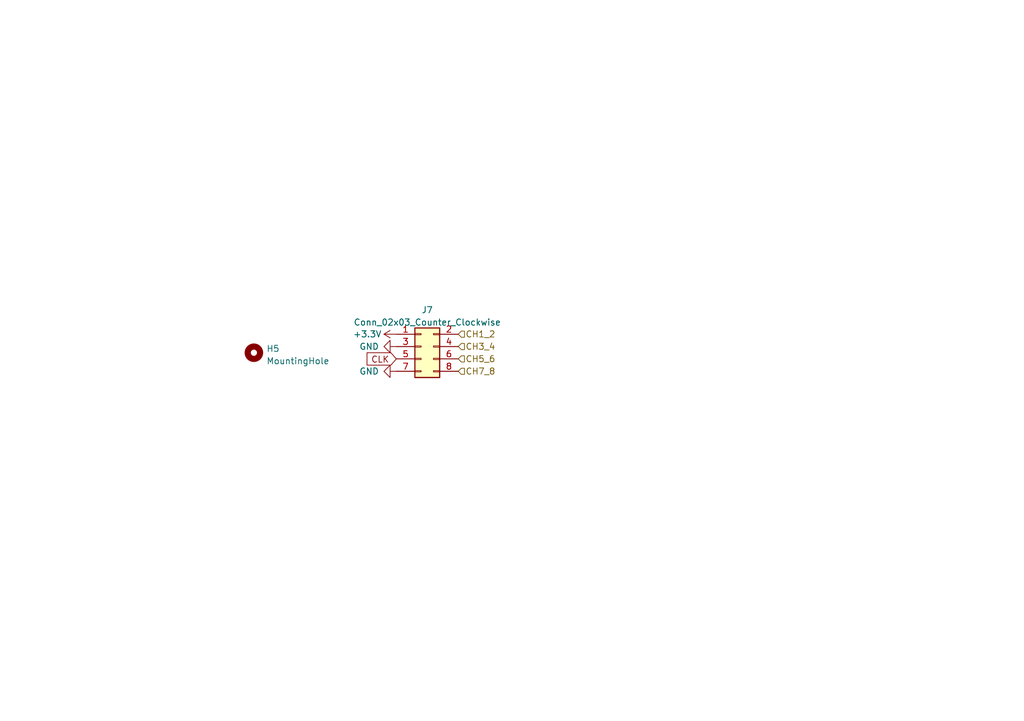
<source format=kicad_sch>
(kicad_sch (version 20211123) (generator eeschema)
  (paper "A5")
  (lib_symbols
    (symbol "Connector_Generic:Conn_02x04_Odd_Even" (pin_names (offset 1.016) hide)
      (property "Reference" "J" (at 1.27 5.08 0))
      (property "Value" "Conn_02x04_Odd_Even" (at 1.27 -7.62 0))
      (symbol "Conn_02x04_Odd_Even_1_1"
        (rectangle (start -1.27 -4.953) (end 0 -5.207) (stroke (width 0.1524)))
        (rectangle (start -1.27 -2.413) (end 0 -2.667) (stroke (width 0.1524)))
        (rectangle (start -1.27 0.127) (end 0 -0.127) (stroke (width 0.1524)))
        (rectangle (start -1.27 2.667) (end 0 2.413) (stroke (width 0.1524)))
        (rectangle (start -1.27 3.81) (end 3.81 -6.35) (stroke (width 0.254)) (fill (type background)))
        (rectangle (start 3.81 -4.953) (end 2.54 -5.207) (stroke (width 0.1524)))
        (rectangle (start 3.81 -2.413) (end 2.54 -2.667) (stroke (width 0.1524)))
        (rectangle (start 3.81 0.127) (end 2.54 -0.127) (stroke (width 0.1524)))
        (rectangle (start 3.81 2.667) (end 2.54 2.413) (stroke (width 0.1524)))
        (pin passive line (at -5.08 2.54 0) (length 3.81) (name "Pin_1") (number "1"))
        (pin passive line (at 7.62 2.54 180) (length 3.81) (name "Pin_2") (number "2"))
        (pin passive line (at -5.08 0 0) (length 3.81) (name "Pin_3") (number "3"))
        (pin passive line (at 7.62 0 180) (length 3.81) (name "Pin_4") (number "4"))
        (pin passive line (at -5.08 -2.54 0) (length 3.81) (name "Pin_5") (number "5"))
        (pin passive line (at 7.62 -2.54 180) (length 3.81) (name "Pin_6") (number "6"))
        (pin passive line (at -5.08 -5.08 0) (length 3.81) (name "Pin_7") (number "7"))
        (pin passive line (at 7.62 -5.08 180) (length 3.81) (name "Pin_8") (number "8"))
      )
    )
    (symbol "Mechanical:MountingHole" (pin_names (offset 1.016))
      (property "Reference" "H" (at 0 5.08 0))
      (property "Value" "MountingHole" (at 0 3.175 0))
      (symbol "MountingHole_0_1"
        (circle (center 0 0) (radius 1.27) (stroke (width 1.27)))
      )
    )
    (symbol "power:+3.3V" (power) (pin_names (offset 0))
      (property "Value" "+3.3V" (at 0 3.556 0))
      (symbol "+3.3V_0_1"
        (polyline (pts (xy -0.762 1.27) (xy 0 2.54)))
        (polyline (pts (xy 0 0) (xy 0 2.54)))
        (polyline (pts (xy 0 2.54) (xy 0.762 1.27)))
      )
      (symbol "+3.3V_1_1"
        (pin power_in line (at 0 0 90) (length 0) hide (name "+3.3V") (number "1"))
      )
    )
    (symbol "power:GND" (power) (pin_names (offset 0))
      (property "Value" "GND" (at 0 -3.81 0))
      (symbol "GND_0_1"
        (polyline (pts (xy 0 0) (xy 0 -1.27) (xy 1.27 -1.27) (xy 0 -2.54) (xy -1.27 -1.27) (xy 0 -1.27)))
      )
      (symbol "GND_1_1"
        (pin power_in line (at 0 0 270) (length 0) hide (name "GND") (number "1"))
      )
    )
  )
  (global_label "CLK" (shape input) (at 81.28 73.66 180) (property "Intersheet References" "${INTERSHEET_REFS}" (effects hide)))
  (hierarchical_label "CH5_6" (shape input) (at 93.98 73.66 0))
  (hierarchical_label "CH1_2" (shape input) (at 93.98 68.58 0))
  (hierarchical_label "CH7_8" (shape input) (at 93.98 76.2 0))
  (hierarchical_label "CH3_4" (shape input) (at 93.98 71.12 0))
  (symbol (lib_id "Mechanical:MountingHole") (at 52.07 72.39 0) (unit 1)
    (property "Reference" "H5" (at 54.61 71.5553 0) (effects (justify left)))
    (property "Value" "MountingHole" (at 54.61 74.0922 0) (effects (justify left)))
    (property "Footprint" "Mounting_Wuerth:Mounting_Wuerth_WA-SMSI-M3_H8mm_9774080360" (effects hide))
  )
  (symbol (lib_id "Connector_Generic:Conn_02x04_Odd_Even") (at 86.36 71.12 0) (unit 1)
    (property "Reference" "J7" (at 87.63 63.6102 0))
    (property "Value" "Conn_02x03_Counter_Clockwise" (at 87.63 66.1471 0))
    (property "Footprint" "Connector_PinHeader_2.00mm:PinHeader_2x04_P2.00mm_Vertical" (effects hide))
  )
  (symbol (lib_id "power:GND") (at 81.28 71.12 270) (mirror x) (unit 1)
    (property "Reference" "#PWR0127" (effects hide))
    (property "Value" "GND" (at 73.66 71.12 90) (effects (justify left)))
  )
  (symbol (lib_id "power:GND") (at 81.28 76.2 270) (mirror x) (unit 1)
    (property "Reference" "#PWR0128" (effects hide))
    (property "Value" "GND" (at 73.66 76.2 90) (effects (justify left)))
  )
  (symbol (lib_id "power:+3.3V") (at 81.28 68.58 90) (unit 1)
    (property "Reference" "#PWR0129" (effects hide))
    (property "Value" "+3.3V" (at 72.39 68.58 90) (effects (justify right)))
  )
)
</source>
